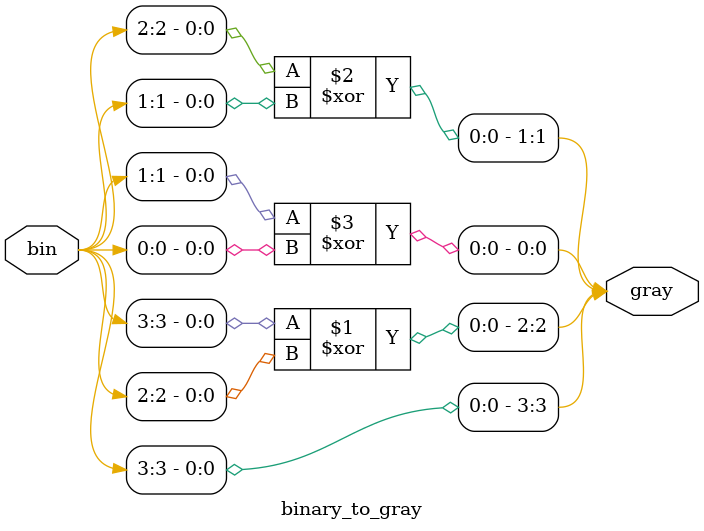
<source format=v>
`timescale 1ns / 1ps

module binary_to_gray(bin,gray);

input[3:0]bin; 
output[3:0]gray; 

assign gray[3]=bin[3];
assign gray[2]=bin[3]^bin[2]; 
assign gray[1]=bin[2]^bin[1]; 
assign gray[0]=bin[1]^bin[0]; 

endmodule

</source>
